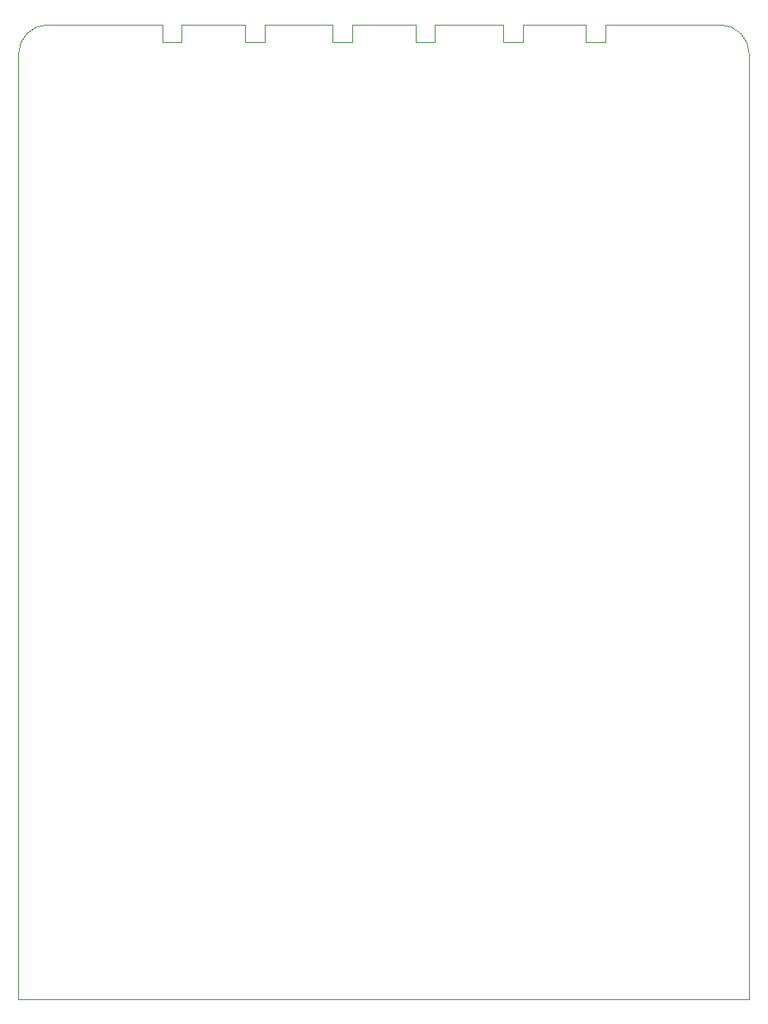
<source format=gm1>
G04 #@! TF.GenerationSoftware,KiCad,Pcbnew,(5.1.2)-1*
G04 #@! TF.CreationDate,2019-07-23T06:59:24+09:00*
G04 #@! TF.ProjectId,ORCA_MINI,4f524341-5f4d-4494-9e49-2e6b69636164,rev?*
G04 #@! TF.SameCoordinates,Original*
G04 #@! TF.FileFunction,Profile,NP*
%FSLAX46Y46*%
G04 Gerber Fmt 4.6, Leading zero omitted, Abs format (unit mm)*
G04 Created by KiCad (PCBNEW (5.1.2)-1) date 2019-07-23 06:59:24*
%MOMM*%
%LPD*%
G04 APERTURE LIST*
%ADD10C,0.050000*%
G04 APERTURE END LIST*
D10*
X145250000Y-50000000D02*
X155000000Y-50000000D01*
X145250000Y-51750000D02*
X145250000Y-50000000D01*
X143250000Y-51750000D02*
X145250000Y-51750000D01*
X143250000Y-50000000D02*
X143250000Y-51750000D01*
X136750000Y-50000000D02*
X143250000Y-50000000D01*
X136750000Y-51750000D02*
X136750000Y-50000000D01*
X134750000Y-51750000D02*
X136750000Y-51750000D01*
X134750000Y-50000000D02*
X134750000Y-51750000D01*
X127750000Y-50000000D02*
X134750000Y-50000000D01*
X127750000Y-51750000D02*
X127750000Y-50000000D01*
X125750000Y-51750000D02*
X127750000Y-51750000D01*
X125750000Y-50000000D02*
X125750000Y-51750000D01*
X119250000Y-50000000D02*
X125750000Y-50000000D01*
X119250000Y-51750000D02*
X119250000Y-50000000D01*
X117250000Y-51750000D02*
X119250000Y-51750000D01*
X117250000Y-50000000D02*
X117250000Y-51750000D01*
X110250000Y-50000000D02*
X117250000Y-50000000D01*
X110250000Y-51750000D02*
X110250000Y-50000000D01*
X108250000Y-51750000D02*
X110250000Y-51750000D01*
X108250000Y-50000000D02*
X108250000Y-51750000D01*
X101750000Y-50000000D02*
X108250000Y-50000000D01*
X101750000Y-51750000D02*
X101750000Y-50000000D01*
X99750000Y-51750000D02*
X101750000Y-51750000D01*
X99750000Y-50000000D02*
X99750000Y-51750000D01*
X90000000Y-50000000D02*
X99750000Y-50000000D01*
X155000000Y-50000000D02*
X157000000Y-50000000D01*
X157000000Y-50000000D02*
G75*
G02X160000000Y-53000000I0J-3000000D01*
G01*
X160000000Y-55000000D02*
X160000000Y-53000000D01*
X88000000Y-50000000D02*
X90000000Y-50000000D01*
X85000000Y-53000000D02*
G75*
G02X88000000Y-50000000I3000000J0D01*
G01*
X85000000Y-55000000D02*
X85000000Y-53000000D01*
X160000000Y-55000000D02*
X160000000Y-150000000D01*
X85000000Y-150000000D02*
X85000000Y-55000000D01*
X160000000Y-150000000D02*
X85000000Y-150000000D01*
M02*

</source>
